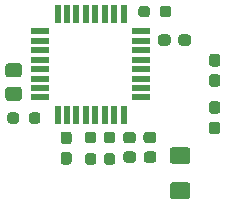
<source format=gtp>
G04 #@! TF.GenerationSoftware,KiCad,Pcbnew,(5.1.10)-1*
G04 #@! TF.CreationDate,2021-07-25T13:55:37-07:00*
G04 #@! TF.ProjectId,stat-monitor,73746174-2d6d-46f6-9e69-746f722e6b69,rev?*
G04 #@! TF.SameCoordinates,Original*
G04 #@! TF.FileFunction,Paste,Top*
G04 #@! TF.FilePolarity,Positive*
%FSLAX46Y46*%
G04 Gerber Fmt 4.6, Leading zero omitted, Abs format (unit mm)*
G04 Created by KiCad (PCBNEW (5.1.10)-1) date 2021-07-25 13:55:37*
%MOMM*%
%LPD*%
G01*
G04 APERTURE LIST*
%ADD10R,1.600000X0.550000*%
%ADD11R,0.550000X1.600000*%
G04 APERTURE END LIST*
G36*
G01*
X190262500Y-112619500D02*
X190737500Y-112619500D01*
G75*
G02*
X190975000Y-112857000I0J-237500D01*
G01*
X190975000Y-113457000D01*
G75*
G02*
X190737500Y-113694500I-237500J0D01*
G01*
X190262500Y-113694500D01*
G75*
G02*
X190025000Y-113457000I0J237500D01*
G01*
X190025000Y-112857000D01*
G75*
G02*
X190262500Y-112619500I237500J0D01*
G01*
G37*
G36*
G01*
X190262500Y-114344500D02*
X190737500Y-114344500D01*
G75*
G02*
X190975000Y-114582000I0J-237500D01*
G01*
X190975000Y-115182000D01*
G75*
G02*
X190737500Y-115419500I-237500J0D01*
G01*
X190262500Y-115419500D01*
G75*
G02*
X190025000Y-115182000I0J237500D01*
G01*
X190025000Y-114582000D01*
G75*
G02*
X190262500Y-114344500I237500J0D01*
G01*
G37*
G36*
G01*
X190737500Y-109683500D02*
X190262500Y-109683500D01*
G75*
G02*
X190025000Y-109446000I0J237500D01*
G01*
X190025000Y-108846000D01*
G75*
G02*
X190262500Y-108608500I237500J0D01*
G01*
X190737500Y-108608500D01*
G75*
G02*
X190975000Y-108846000I0J-237500D01*
G01*
X190975000Y-109446000D01*
G75*
G02*
X190737500Y-109683500I-237500J0D01*
G01*
G37*
G36*
G01*
X190737500Y-111408500D02*
X190262500Y-111408500D01*
G75*
G02*
X190025000Y-111171000I0J237500D01*
G01*
X190025000Y-110571000D01*
G75*
G02*
X190262500Y-110333500I237500J0D01*
G01*
X190737500Y-110333500D01*
G75*
G02*
X190975000Y-110571000I0J-237500D01*
G01*
X190975000Y-111171000D01*
G75*
G02*
X190737500Y-111408500I-237500J0D01*
G01*
G37*
G36*
G01*
X177689500Y-116911000D02*
X178164500Y-116911000D01*
G75*
G02*
X178402000Y-117148500I0J-237500D01*
G01*
X178402000Y-117748500D01*
G75*
G02*
X178164500Y-117986000I-237500J0D01*
G01*
X177689500Y-117986000D01*
G75*
G02*
X177452000Y-117748500I0J237500D01*
G01*
X177452000Y-117148500D01*
G75*
G02*
X177689500Y-116911000I237500J0D01*
G01*
G37*
G36*
G01*
X177689500Y-115186000D02*
X178164500Y-115186000D01*
G75*
G02*
X178402000Y-115423500I0J-237500D01*
G01*
X178402000Y-116023500D01*
G75*
G02*
X178164500Y-116261000I-237500J0D01*
G01*
X177689500Y-116261000D01*
G75*
G02*
X177452000Y-116023500I0J237500D01*
G01*
X177452000Y-115423500D01*
G75*
G02*
X177689500Y-115186000I237500J0D01*
G01*
G37*
G36*
G01*
X182750000Y-115934500D02*
X182750000Y-115459500D01*
G75*
G02*
X182987500Y-115222000I237500J0D01*
G01*
X183587500Y-115222000D01*
G75*
G02*
X183825000Y-115459500I0J-237500D01*
G01*
X183825000Y-115934500D01*
G75*
G02*
X183587500Y-116172000I-237500J0D01*
G01*
X182987500Y-116172000D01*
G75*
G02*
X182750000Y-115934500I0J237500D01*
G01*
G37*
G36*
G01*
X184475000Y-115934500D02*
X184475000Y-115459500D01*
G75*
G02*
X184712500Y-115222000I237500J0D01*
G01*
X185312500Y-115222000D01*
G75*
G02*
X185550000Y-115459500I0J-237500D01*
G01*
X185550000Y-115934500D01*
G75*
G02*
X185312500Y-116172000I-237500J0D01*
G01*
X184712500Y-116172000D01*
G75*
G02*
X184475000Y-115934500I0J237500D01*
G01*
G37*
G36*
G01*
X184501500Y-117585500D02*
X184501500Y-117110500D01*
G75*
G02*
X184739000Y-116873000I237500J0D01*
G01*
X185339000Y-116873000D01*
G75*
G02*
X185576500Y-117110500I0J-237500D01*
G01*
X185576500Y-117585500D01*
G75*
G02*
X185339000Y-117823000I-237500J0D01*
G01*
X184739000Y-117823000D01*
G75*
G02*
X184501500Y-117585500I0J237500D01*
G01*
G37*
G36*
G01*
X182776500Y-117585500D02*
X182776500Y-117110500D01*
G75*
G02*
X183014000Y-116873000I237500J0D01*
G01*
X183614000Y-116873000D01*
G75*
G02*
X183851500Y-117110500I0J-237500D01*
G01*
X183851500Y-117585500D01*
G75*
G02*
X183614000Y-117823000I-237500J0D01*
G01*
X183014000Y-117823000D01*
G75*
G02*
X182776500Y-117585500I0J237500D01*
G01*
G37*
G36*
G01*
X185697500Y-107679500D02*
X185697500Y-107204500D01*
G75*
G02*
X185935000Y-106967000I237500J0D01*
G01*
X186535000Y-106967000D01*
G75*
G02*
X186772500Y-107204500I0J-237500D01*
G01*
X186772500Y-107679500D01*
G75*
G02*
X186535000Y-107917000I-237500J0D01*
G01*
X185935000Y-107917000D01*
G75*
G02*
X185697500Y-107679500I0J237500D01*
G01*
G37*
G36*
G01*
X187422500Y-107679500D02*
X187422500Y-107204500D01*
G75*
G02*
X187660000Y-106967000I237500J0D01*
G01*
X188260000Y-106967000D01*
G75*
G02*
X188497500Y-107204500I0J-237500D01*
G01*
X188497500Y-107679500D01*
G75*
G02*
X188260000Y-107917000I-237500J0D01*
G01*
X187660000Y-107917000D01*
G75*
G02*
X187422500Y-107679500I0J237500D01*
G01*
G37*
G36*
G01*
X188204000Y-120908500D02*
X186954000Y-120908500D01*
G75*
G02*
X186704000Y-120658500I0J250000D01*
G01*
X186704000Y-119733500D01*
G75*
G02*
X186954000Y-119483500I250000J0D01*
G01*
X188204000Y-119483500D01*
G75*
G02*
X188454000Y-119733500I0J-250000D01*
G01*
X188454000Y-120658500D01*
G75*
G02*
X188204000Y-120908500I-250000J0D01*
G01*
G37*
G36*
G01*
X188204000Y-117933500D02*
X186954000Y-117933500D01*
G75*
G02*
X186704000Y-117683500I0J250000D01*
G01*
X186704000Y-116758500D01*
G75*
G02*
X186954000Y-116508500I250000J0D01*
G01*
X188204000Y-116508500D01*
G75*
G02*
X188454000Y-116758500I0J-250000D01*
G01*
X188454000Y-117683500D01*
G75*
G02*
X188204000Y-117933500I-250000J0D01*
G01*
G37*
G36*
G01*
X179762500Y-115200000D02*
X180237500Y-115200000D01*
G75*
G02*
X180475000Y-115437500I0J-237500D01*
G01*
X180475000Y-115937500D01*
G75*
G02*
X180237500Y-116175000I-237500J0D01*
G01*
X179762500Y-116175000D01*
G75*
G02*
X179525000Y-115937500I0J237500D01*
G01*
X179525000Y-115437500D01*
G75*
G02*
X179762500Y-115200000I237500J0D01*
G01*
G37*
G36*
G01*
X179762500Y-117025000D02*
X180237500Y-117025000D01*
G75*
G02*
X180475000Y-117262500I0J-237500D01*
G01*
X180475000Y-117762500D01*
G75*
G02*
X180237500Y-118000000I-237500J0D01*
G01*
X179762500Y-118000000D01*
G75*
G02*
X179525000Y-117762500I0J237500D01*
G01*
X179525000Y-117262500D01*
G75*
G02*
X179762500Y-117025000I237500J0D01*
G01*
G37*
G36*
G01*
X181362500Y-117025000D02*
X181837500Y-117025000D01*
G75*
G02*
X182075000Y-117262500I0J-237500D01*
G01*
X182075000Y-117762500D01*
G75*
G02*
X181837500Y-118000000I-237500J0D01*
G01*
X181362500Y-118000000D01*
G75*
G02*
X181125000Y-117762500I0J237500D01*
G01*
X181125000Y-117262500D01*
G75*
G02*
X181362500Y-117025000I237500J0D01*
G01*
G37*
G36*
G01*
X181362500Y-115200000D02*
X181837500Y-115200000D01*
G75*
G02*
X182075000Y-115437500I0J-237500D01*
G01*
X182075000Y-115937500D01*
G75*
G02*
X181837500Y-116175000I-237500J0D01*
G01*
X181362500Y-116175000D01*
G75*
G02*
X181125000Y-115937500I0J237500D01*
G01*
X181125000Y-115437500D01*
G75*
G02*
X181362500Y-115200000I237500J0D01*
G01*
G37*
G36*
G01*
X172947500Y-114283500D02*
X172947500Y-113808500D01*
G75*
G02*
X173185000Y-113571000I237500J0D01*
G01*
X173685000Y-113571000D01*
G75*
G02*
X173922500Y-113808500I0J-237500D01*
G01*
X173922500Y-114283500D01*
G75*
G02*
X173685000Y-114521000I-237500J0D01*
G01*
X173185000Y-114521000D01*
G75*
G02*
X172947500Y-114283500I0J237500D01*
G01*
G37*
G36*
G01*
X174772500Y-114283500D02*
X174772500Y-113808500D01*
G75*
G02*
X175010000Y-113571000I237500J0D01*
G01*
X175510000Y-113571000D01*
G75*
G02*
X175747500Y-113808500I0J-237500D01*
G01*
X175747500Y-114283500D01*
G75*
G02*
X175510000Y-114521000I-237500J0D01*
G01*
X175010000Y-114521000D01*
G75*
G02*
X174772500Y-114283500I0J237500D01*
G01*
G37*
G36*
G01*
X185018500Y-104791500D02*
X185018500Y-105266500D01*
G75*
G02*
X184781000Y-105504000I-237500J0D01*
G01*
X184281000Y-105504000D01*
G75*
G02*
X184043500Y-105266500I0J237500D01*
G01*
X184043500Y-104791500D01*
G75*
G02*
X184281000Y-104554000I237500J0D01*
G01*
X184781000Y-104554000D01*
G75*
G02*
X185018500Y-104791500I0J-237500D01*
G01*
G37*
G36*
G01*
X186843500Y-104791500D02*
X186843500Y-105266500D01*
G75*
G02*
X186606000Y-105504000I-237500J0D01*
G01*
X186106000Y-105504000D01*
G75*
G02*
X185868500Y-105266500I0J237500D01*
G01*
X185868500Y-104791500D01*
G75*
G02*
X186106000Y-104554000I237500J0D01*
G01*
X186606000Y-104554000D01*
G75*
G02*
X186843500Y-104791500I0J-237500D01*
G01*
G37*
G36*
G01*
X173031999Y-109398000D02*
X173932001Y-109398000D01*
G75*
G02*
X174182000Y-109647999I0J-249999D01*
G01*
X174182000Y-110348001D01*
G75*
G02*
X173932001Y-110598000I-249999J0D01*
G01*
X173031999Y-110598000D01*
G75*
G02*
X172782000Y-110348001I0J249999D01*
G01*
X172782000Y-109647999D01*
G75*
G02*
X173031999Y-109398000I249999J0D01*
G01*
G37*
G36*
G01*
X173031999Y-111398000D02*
X173932001Y-111398000D01*
G75*
G02*
X174182000Y-111647999I0J-249999D01*
G01*
X174182000Y-112348001D01*
G75*
G02*
X173932001Y-112598000I-249999J0D01*
G01*
X173031999Y-112598000D01*
G75*
G02*
X172782000Y-112348001I0J249999D01*
G01*
X172782000Y-111647999D01*
G75*
G02*
X173031999Y-111398000I249999J0D01*
G01*
G37*
D10*
X184250000Y-112300000D03*
X184250000Y-111500000D03*
X184250000Y-110700000D03*
X184250000Y-109900000D03*
X184250000Y-109100000D03*
X184250000Y-108300000D03*
X184250000Y-107500000D03*
X184250000Y-106700000D03*
D11*
X182800000Y-105250000D03*
X182000000Y-105250000D03*
X181200000Y-105250000D03*
X180400000Y-105250000D03*
X179600000Y-105250000D03*
X178800000Y-105250000D03*
X178000000Y-105250000D03*
X177200000Y-105250000D03*
D10*
X175750000Y-106700000D03*
X175750000Y-107500000D03*
X175750000Y-108300000D03*
X175750000Y-109100000D03*
X175750000Y-109900000D03*
X175750000Y-110700000D03*
X175750000Y-111500000D03*
X175750000Y-112300000D03*
D11*
X177200000Y-113750000D03*
X178000000Y-113750000D03*
X178800000Y-113750000D03*
X179600000Y-113750000D03*
X180400000Y-113750000D03*
X181200000Y-113750000D03*
X182000000Y-113750000D03*
X182800000Y-113750000D03*
M02*

</source>
